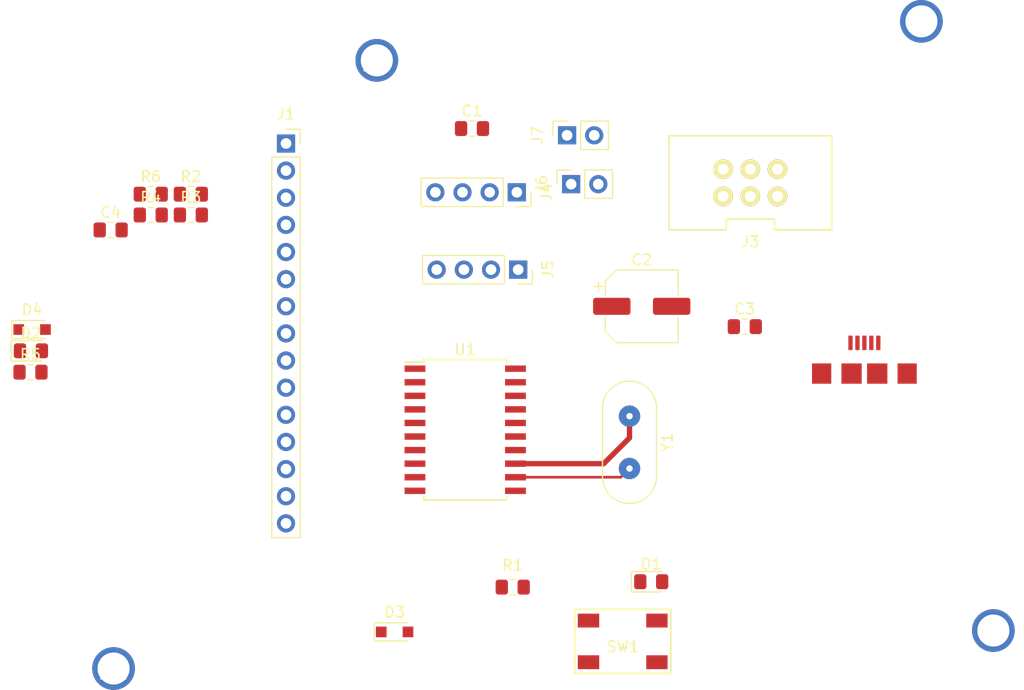
<source format=kicad_pcb>
(kicad_pcb (version 20171130) (host pcbnew 5.0.2-bee76a0~70~ubuntu16.04.1)

  (general
    (thickness 1.6)
    (drawings 0)
    (tracks 5)
    (zones 0)
    (modules 28)
    (nets 33)
  )

  (page A4)
  (layers
    (0 F.Cu signal)
    (31 B.Cu signal)
    (32 B.Adhes user)
    (33 F.Adhes user)
    (34 B.Paste user)
    (35 F.Paste user)
    (36 B.SilkS user)
    (37 F.SilkS user)
    (38 B.Mask user)
    (39 F.Mask user)
    (40 Dwgs.User user)
    (41 Cmts.User user)
    (42 Eco1.User user)
    (43 Eco2.User user)
    (44 Edge.Cuts user)
    (45 Margin user)
    (46 B.CrtYd user)
    (47 F.CrtYd user)
    (48 B.Fab user)
    (49 F.Fab user)
  )

  (setup
    (last_trace_width 0.5)
    (user_trace_width 0.5)
    (trace_clearance 0.2)
    (zone_clearance 0.508)
    (zone_45_only no)
    (trace_min 0.2)
    (segment_width 0.2)
    (edge_width 0.15)
    (via_size 0.8)
    (via_drill 0.4)
    (via_min_size 0.4)
    (via_min_drill 0.3)
    (uvia_size 0.3)
    (uvia_drill 0.1)
    (uvias_allowed no)
    (uvia_min_size 0.2)
    (uvia_min_drill 0.1)
    (pcb_text_width 0.3)
    (pcb_text_size 1.5 1.5)
    (mod_edge_width 0.15)
    (mod_text_size 1 1)
    (mod_text_width 0.15)
    (pad_size 1.524 1.524)
    (pad_drill 0.762)
    (pad_to_mask_clearance 0.051)
    (solder_mask_min_width 0.25)
    (aux_axis_origin 0 0)
    (visible_elements FFFFFF7F)
    (pcbplotparams
      (layerselection 0x010fc_ffffffff)
      (usegerberextensions false)
      (usegerberattributes false)
      (usegerberadvancedattributes false)
      (creategerberjobfile false)
      (excludeedgelayer true)
      (linewidth 0.100000)
      (plotframeref false)
      (viasonmask false)
      (mode 1)
      (useauxorigin false)
      (hpglpennumber 1)
      (hpglpenspeed 20)
      (hpglpendiameter 15.000000)
      (psnegative false)
      (psa4output false)
      (plotreference true)
      (plotvalue true)
      (plotinvisibletext false)
      (padsonsilk false)
      (subtractmaskfromsilk false)
      (outputformat 1)
      (mirror false)
      (drillshape 1)
      (scaleselection 1)
      (outputdirectory ""))
  )

  (net 0 "")
  (net 1 +5V)
  (net 2 Earth)
  (net 3 "Net-(C3-Pad2)")
  (net 4 "Net-(C4-Pad2)")
  (net 5 "Net-(D1-Pad2)")
  (net 6 "Net-(D2-Pad2)")
  (net 7 "Net-(D3-Pad1)")
  (net 8 "Net-(D4-Pad1)")
  (net 9 D+)
  (net 10 SCK)
  (net 11 D-)
  (net 12 PB3)
  (net 13 MISO)
  (net 14 MOSI)
  (net 15 TX0)
  (net 16 RX0)
  (net 17 PA6)
  (net 18 PA5)
  (net 19 PA4)
  (net 20 PA3)
  (net 21 PA2)
  (net 22 PA1)
  (net 23 PA0)
  (net 24 "Net-(J2-Pad4)")
  (net 25 "Net-(J2-Pad6)")
  (net 26 RESET)
  (net 27 "Net-(J6-Pad2)")
  (net 28 "Net-(J7-Pad1)")
  (net 29 "Net-(J8-Pad1)")
  (net 30 "Net-(J9-Pad1)")
  (net 31 "Net-(J10-Pad1)")
  (net 32 "Net-(J11-Pad1)")

  (net_class Default "This is the default net class."
    (clearance 0.2)
    (trace_width 0.25)
    (via_dia 0.8)
    (via_drill 0.4)
    (uvia_dia 0.3)
    (uvia_drill 0.1)
    (add_net +5V)
    (add_net D+)
    (add_net D-)
    (add_net Earth)
    (add_net MISO)
    (add_net MOSI)
    (add_net "Net-(C3-Pad2)")
    (add_net "Net-(C4-Pad2)")
    (add_net "Net-(D1-Pad2)")
    (add_net "Net-(D2-Pad2)")
    (add_net "Net-(D3-Pad1)")
    (add_net "Net-(D4-Pad1)")
    (add_net "Net-(J10-Pad1)")
    (add_net "Net-(J11-Pad1)")
    (add_net "Net-(J2-Pad4)")
    (add_net "Net-(J2-Pad6)")
    (add_net "Net-(J6-Pad2)")
    (add_net "Net-(J7-Pad1)")
    (add_net "Net-(J8-Pad1)")
    (add_net "Net-(J9-Pad1)")
    (add_net PA0)
    (add_net PA1)
    (add_net PA2)
    (add_net PA3)
    (add_net PA4)
    (add_net PA5)
    (add_net PA6)
    (add_net PB3)
    (add_net RESET)
    (add_net RX0)
    (add_net SCK)
    (add_net TX0)
  )

  (module Capacitor_SMD:C_0805_2012Metric_Pad1.15x1.40mm_HandSolder (layer F.Cu) (tedit 5B36C52B) (tstamp 5C8F35E6)
    (at 176.022 81.915)
    (descr "Capacitor SMD 0805 (2012 Metric), square (rectangular) end terminal, IPC_7351 nominal with elongated pad for handsoldering. (Body size source: https://docs.google.com/spreadsheets/d/1BsfQQcO9C6DZCsRaXUlFlo91Tg2WpOkGARC1WS5S8t0/edit?usp=sharing), generated with kicad-footprint-generator")
    (tags "capacitor handsolder")
    (path /5C587234)
    (attr smd)
    (fp_text reference C1 (at 0 -1.65) (layer F.SilkS)
      (effects (font (size 1 1) (thickness 0.15)))
    )
    (fp_text value C100nF (at 0 1.65) (layer F.Fab)
      (effects (font (size 1 1) (thickness 0.15)))
    )
    (fp_line (start -1 0.6) (end -1 -0.6) (layer F.Fab) (width 0.1))
    (fp_line (start -1 -0.6) (end 1 -0.6) (layer F.Fab) (width 0.1))
    (fp_line (start 1 -0.6) (end 1 0.6) (layer F.Fab) (width 0.1))
    (fp_line (start 1 0.6) (end -1 0.6) (layer F.Fab) (width 0.1))
    (fp_line (start -0.261252 -0.71) (end 0.261252 -0.71) (layer F.SilkS) (width 0.12))
    (fp_line (start -0.261252 0.71) (end 0.261252 0.71) (layer F.SilkS) (width 0.12))
    (fp_line (start -1.85 0.95) (end -1.85 -0.95) (layer F.CrtYd) (width 0.05))
    (fp_line (start -1.85 -0.95) (end 1.85 -0.95) (layer F.CrtYd) (width 0.05))
    (fp_line (start 1.85 -0.95) (end 1.85 0.95) (layer F.CrtYd) (width 0.05))
    (fp_line (start 1.85 0.95) (end -1.85 0.95) (layer F.CrtYd) (width 0.05))
    (fp_text user %R (at 0 0) (layer F.Fab)
      (effects (font (size 0.5 0.5) (thickness 0.08)))
    )
    (pad 1 smd roundrect (at -1.025 0) (size 1.15 1.4) (layers F.Cu F.Paste F.Mask) (roundrect_rratio 0.217391)
      (net 1 +5V))
    (pad 2 smd roundrect (at 1.025 0) (size 1.15 1.4) (layers F.Cu F.Paste F.Mask) (roundrect_rratio 0.217391)
      (net 2 Earth))
    (model ${KISYS3DMOD}/Capacitor_SMD.3dshapes/C_0805_2012Metric.wrl
      (at (xyz 0 0 0))
      (scale (xyz 1 1 1))
      (rotate (xyz 0 0 0))
    )
  )

  (module Capacitor_SMD:CP_Elec_6.3x5.3 (layer F.Cu) (tedit 5BCA39D0) (tstamp 5C8F360E)
    (at 191.897 98.552)
    (descr "SMD capacitor, aluminum electrolytic, Cornell Dubilier, 6.3x5.3mm")
    (tags "capacitor electrolytic")
    (path /5C5872D8)
    (attr smd)
    (fp_text reference C2 (at 0 -4.35) (layer F.SilkS)
      (effects (font (size 1 1) (thickness 0.15)))
    )
    (fp_text value CP47uF (at 0 4.35) (layer F.Fab)
      (effects (font (size 1 1) (thickness 0.15)))
    )
    (fp_circle (center 0 0) (end 3.15 0) (layer F.Fab) (width 0.1))
    (fp_line (start 3.3 -3.3) (end 3.3 3.3) (layer F.Fab) (width 0.1))
    (fp_line (start -2.3 -3.3) (end 3.3 -3.3) (layer F.Fab) (width 0.1))
    (fp_line (start -2.3 3.3) (end 3.3 3.3) (layer F.Fab) (width 0.1))
    (fp_line (start -3.3 -2.3) (end -3.3 2.3) (layer F.Fab) (width 0.1))
    (fp_line (start -3.3 -2.3) (end -2.3 -3.3) (layer F.Fab) (width 0.1))
    (fp_line (start -3.3 2.3) (end -2.3 3.3) (layer F.Fab) (width 0.1))
    (fp_line (start -2.704838 -1.33) (end -2.074838 -1.33) (layer F.Fab) (width 0.1))
    (fp_line (start -2.389838 -1.645) (end -2.389838 -1.015) (layer F.Fab) (width 0.1))
    (fp_line (start 3.41 3.41) (end 3.41 1.06) (layer F.SilkS) (width 0.12))
    (fp_line (start 3.41 -3.41) (end 3.41 -1.06) (layer F.SilkS) (width 0.12))
    (fp_line (start -2.345563 -3.41) (end 3.41 -3.41) (layer F.SilkS) (width 0.12))
    (fp_line (start -2.345563 3.41) (end 3.41 3.41) (layer F.SilkS) (width 0.12))
    (fp_line (start -3.41 2.345563) (end -3.41 1.06) (layer F.SilkS) (width 0.12))
    (fp_line (start -3.41 -2.345563) (end -3.41 -1.06) (layer F.SilkS) (width 0.12))
    (fp_line (start -3.41 -2.345563) (end -2.345563 -3.41) (layer F.SilkS) (width 0.12))
    (fp_line (start -3.41 2.345563) (end -2.345563 3.41) (layer F.SilkS) (width 0.12))
    (fp_line (start -4.4375 -1.8475) (end -3.65 -1.8475) (layer F.SilkS) (width 0.12))
    (fp_line (start -4.04375 -2.24125) (end -4.04375 -1.45375) (layer F.SilkS) (width 0.12))
    (fp_line (start 3.55 -3.55) (end 3.55 -1.05) (layer F.CrtYd) (width 0.05))
    (fp_line (start 3.55 -1.05) (end 4.8 -1.05) (layer F.CrtYd) (width 0.05))
    (fp_line (start 4.8 -1.05) (end 4.8 1.05) (layer F.CrtYd) (width 0.05))
    (fp_line (start 4.8 1.05) (end 3.55 1.05) (layer F.CrtYd) (width 0.05))
    (fp_line (start 3.55 1.05) (end 3.55 3.55) (layer F.CrtYd) (width 0.05))
    (fp_line (start -2.4 3.55) (end 3.55 3.55) (layer F.CrtYd) (width 0.05))
    (fp_line (start -2.4 -3.55) (end 3.55 -3.55) (layer F.CrtYd) (width 0.05))
    (fp_line (start -3.55 2.4) (end -2.4 3.55) (layer F.CrtYd) (width 0.05))
    (fp_line (start -3.55 -2.4) (end -2.4 -3.55) (layer F.CrtYd) (width 0.05))
    (fp_line (start -3.55 -2.4) (end -3.55 -1.05) (layer F.CrtYd) (width 0.05))
    (fp_line (start -3.55 1.05) (end -3.55 2.4) (layer F.CrtYd) (width 0.05))
    (fp_line (start -3.55 -1.05) (end -4.8 -1.05) (layer F.CrtYd) (width 0.05))
    (fp_line (start -4.8 -1.05) (end -4.8 1.05) (layer F.CrtYd) (width 0.05))
    (fp_line (start -4.8 1.05) (end -3.55 1.05) (layer F.CrtYd) (width 0.05))
    (fp_text user %R (at 0 0) (layer F.Fab)
      (effects (font (size 1 1) (thickness 0.15)))
    )
    (pad 1 smd roundrect (at -2.8 0) (size 3.5 1.6) (layers F.Cu F.Paste F.Mask) (roundrect_rratio 0.15625)
      (net 1 +5V))
    (pad 2 smd roundrect (at 2.8 0) (size 3.5 1.6) (layers F.Cu F.Paste F.Mask) (roundrect_rratio 0.15625)
      (net 2 Earth))
    (model ${KISYS3DMOD}/Capacitor_SMD.3dshapes/CP_Elec_6.3x5.3.wrl
      (at (xyz 0 0 0))
      (scale (xyz 1 1 1))
      (rotate (xyz 0 0 0))
    )
  )

  (module Capacitor_SMD:C_0805_2012Metric_Pad1.15x1.40mm_HandSolder (layer F.Cu) (tedit 5B36C52B) (tstamp 5C8F361F)
    (at 201.54 100.457)
    (descr "Capacitor SMD 0805 (2012 Metric), square (rectangular) end terminal, IPC_7351 nominal with elongated pad for handsoldering. (Body size source: https://docs.google.com/spreadsheets/d/1BsfQQcO9C6DZCsRaXUlFlo91Tg2WpOkGARC1WS5S8t0/edit?usp=sharing), generated with kicad-footprint-generator")
    (tags "capacitor handsolder")
    (path /5C586CEF)
    (attr smd)
    (fp_text reference C3 (at 0 -1.65) (layer F.SilkS)
      (effects (font (size 1 1) (thickness 0.15)))
    )
    (fp_text value C22pF (at 0 1.65) (layer F.Fab)
      (effects (font (size 1 1) (thickness 0.15)))
    )
    (fp_line (start -1 0.6) (end -1 -0.6) (layer F.Fab) (width 0.1))
    (fp_line (start -1 -0.6) (end 1 -0.6) (layer F.Fab) (width 0.1))
    (fp_line (start 1 -0.6) (end 1 0.6) (layer F.Fab) (width 0.1))
    (fp_line (start 1 0.6) (end -1 0.6) (layer F.Fab) (width 0.1))
    (fp_line (start -0.261252 -0.71) (end 0.261252 -0.71) (layer F.SilkS) (width 0.12))
    (fp_line (start -0.261252 0.71) (end 0.261252 0.71) (layer F.SilkS) (width 0.12))
    (fp_line (start -1.85 0.95) (end -1.85 -0.95) (layer F.CrtYd) (width 0.05))
    (fp_line (start -1.85 -0.95) (end 1.85 -0.95) (layer F.CrtYd) (width 0.05))
    (fp_line (start 1.85 -0.95) (end 1.85 0.95) (layer F.CrtYd) (width 0.05))
    (fp_line (start 1.85 0.95) (end -1.85 0.95) (layer F.CrtYd) (width 0.05))
    (fp_text user %R (at 0 0) (layer F.Fab)
      (effects (font (size 0.5 0.5) (thickness 0.08)))
    )
    (pad 1 smd roundrect (at -1.025 0) (size 1.15 1.4) (layers F.Cu F.Paste F.Mask) (roundrect_rratio 0.217391)
      (net 2 Earth))
    (pad 2 smd roundrect (at 1.025 0) (size 1.15 1.4) (layers F.Cu F.Paste F.Mask) (roundrect_rratio 0.217391)
      (net 3 "Net-(C3-Pad2)"))
    (model ${KISYS3DMOD}/Capacitor_SMD.3dshapes/C_0805_2012Metric.wrl
      (at (xyz 0 0 0))
      (scale (xyz 1 1 1))
      (rotate (xyz 0 0 0))
    )
  )

  (module Capacitor_SMD:C_0805_2012Metric_Pad1.15x1.40mm_HandSolder (layer F.Cu) (tedit 5B36C52B) (tstamp 5C8F3630)
    (at 142.222001 91.408001)
    (descr "Capacitor SMD 0805 (2012 Metric), square (rectangular) end terminal, IPC_7351 nominal with elongated pad for handsoldering. (Body size source: https://docs.google.com/spreadsheets/d/1BsfQQcO9C6DZCsRaXUlFlo91Tg2WpOkGARC1WS5S8t0/edit?usp=sharing), generated with kicad-footprint-generator")
    (tags "capacitor handsolder")
    (path /5C586D90)
    (attr smd)
    (fp_text reference C4 (at 0 -1.65) (layer F.SilkS)
      (effects (font (size 1 1) (thickness 0.15)))
    )
    (fp_text value C22pF (at 0 1.65) (layer F.Fab)
      (effects (font (size 1 1) (thickness 0.15)))
    )
    (fp_text user %R (at 0 0) (layer F.Fab)
      (effects (font (size 0.5 0.5) (thickness 0.08)))
    )
    (fp_line (start 1.85 0.95) (end -1.85 0.95) (layer F.CrtYd) (width 0.05))
    (fp_line (start 1.85 -0.95) (end 1.85 0.95) (layer F.CrtYd) (width 0.05))
    (fp_line (start -1.85 -0.95) (end 1.85 -0.95) (layer F.CrtYd) (width 0.05))
    (fp_line (start -1.85 0.95) (end -1.85 -0.95) (layer F.CrtYd) (width 0.05))
    (fp_line (start -0.261252 0.71) (end 0.261252 0.71) (layer F.SilkS) (width 0.12))
    (fp_line (start -0.261252 -0.71) (end 0.261252 -0.71) (layer F.SilkS) (width 0.12))
    (fp_line (start 1 0.6) (end -1 0.6) (layer F.Fab) (width 0.1))
    (fp_line (start 1 -0.6) (end 1 0.6) (layer F.Fab) (width 0.1))
    (fp_line (start -1 -0.6) (end 1 -0.6) (layer F.Fab) (width 0.1))
    (fp_line (start -1 0.6) (end -1 -0.6) (layer F.Fab) (width 0.1))
    (pad 2 smd roundrect (at 1.025 0) (size 1.15 1.4) (layers F.Cu F.Paste F.Mask) (roundrect_rratio 0.217391)
      (net 4 "Net-(C4-Pad2)"))
    (pad 1 smd roundrect (at -1.025 0) (size 1.15 1.4) (layers F.Cu F.Paste F.Mask) (roundrect_rratio 0.217391)
      (net 2 Earth))
    (model ${KISYS3DMOD}/Capacitor_SMD.3dshapes/C_0805_2012Metric.wrl
      (at (xyz 0 0 0))
      (scale (xyz 1 1 1))
      (rotate (xyz 0 0 0))
    )
  )

  (module LED_SMD:LED_0805_2012Metric_Pad1.15x1.40mm_HandSolder (layer F.Cu) (tedit 5B4B45C9) (tstamp 5C8F3643)
    (at 192.786 124.333)
    (descr "LED SMD 0805 (2012 Metric), square (rectangular) end terminal, IPC_7351 nominal, (Body size source: https://docs.google.com/spreadsheets/d/1BsfQQcO9C6DZCsRaXUlFlo91Tg2WpOkGARC1WS5S8t0/edit?usp=sharing), generated with kicad-footprint-generator")
    (tags "LED handsolder")
    (path /5C5C377B)
    (attr smd)
    (fp_text reference D1 (at 0 -1.65) (layer F.SilkS)
      (effects (font (size 1 1) (thickness 0.15)))
    )
    (fp_text value LED (at 0 1.65) (layer F.Fab)
      (effects (font (size 1 1) (thickness 0.15)))
    )
    (fp_line (start 1 -0.6) (end -0.7 -0.6) (layer F.Fab) (width 0.1))
    (fp_line (start -0.7 -0.6) (end -1 -0.3) (layer F.Fab) (width 0.1))
    (fp_line (start -1 -0.3) (end -1 0.6) (layer F.Fab) (width 0.1))
    (fp_line (start -1 0.6) (end 1 0.6) (layer F.Fab) (width 0.1))
    (fp_line (start 1 0.6) (end 1 -0.6) (layer F.Fab) (width 0.1))
    (fp_line (start 1 -0.96) (end -1.86 -0.96) (layer F.SilkS) (width 0.12))
    (fp_line (start -1.86 -0.96) (end -1.86 0.96) (layer F.SilkS) (width 0.12))
    (fp_line (start -1.86 0.96) (end 1 0.96) (layer F.SilkS) (width 0.12))
    (fp_line (start -1.85 0.95) (end -1.85 -0.95) (layer F.CrtYd) (width 0.05))
    (fp_line (start -1.85 -0.95) (end 1.85 -0.95) (layer F.CrtYd) (width 0.05))
    (fp_line (start 1.85 -0.95) (end 1.85 0.95) (layer F.CrtYd) (width 0.05))
    (fp_line (start 1.85 0.95) (end -1.85 0.95) (layer F.CrtYd) (width 0.05))
    (fp_text user %R (at 0 0) (layer F.Fab)
      (effects (font (size 0.5 0.5) (thickness 0.08)))
    )
    (pad 1 smd roundrect (at -1.025 0) (size 1.15 1.4) (layers F.Cu F.Paste F.Mask) (roundrect_rratio 0.217391)
      (net 2 Earth))
    (pad 2 smd roundrect (at 1.025 0) (size 1.15 1.4) (layers F.Cu F.Paste F.Mask) (roundrect_rratio 0.217391)
      (net 5 "Net-(D1-Pad2)"))
    (model ${KISYS3DMOD}/LED_SMD.3dshapes/LED_0805_2012Metric.wrl
      (at (xyz 0 0 0))
      (scale (xyz 1 1 1))
      (rotate (xyz 0 0 0))
    )
  )

  (module LED_SMD:LED_0805_2012Metric_Pad1.15x1.40mm_HandSolder (layer F.Cu) (tedit 5B4B45C9) (tstamp 5C8F3656)
    (at 134.767001 102.723001)
    (descr "LED SMD 0805 (2012 Metric), square (rectangular) end terminal, IPC_7351 nominal, (Body size source: https://docs.google.com/spreadsheets/d/1BsfQQcO9C6DZCsRaXUlFlo91Tg2WpOkGARC1WS5S8t0/edit?usp=sharing), generated with kicad-footprint-generator")
    (tags "LED handsolder")
    (path /5C5F2CF7)
    (attr smd)
    (fp_text reference D2 (at 0 -1.65) (layer F.SilkS)
      (effects (font (size 1 1) (thickness 0.15)))
    )
    (fp_text value LED (at 0 1.65) (layer F.Fab)
      (effects (font (size 1 1) (thickness 0.15)))
    )
    (fp_text user %R (at 0 0) (layer F.Fab)
      (effects (font (size 0.5 0.5) (thickness 0.08)))
    )
    (fp_line (start 1.85 0.95) (end -1.85 0.95) (layer F.CrtYd) (width 0.05))
    (fp_line (start 1.85 -0.95) (end 1.85 0.95) (layer F.CrtYd) (width 0.05))
    (fp_line (start -1.85 -0.95) (end 1.85 -0.95) (layer F.CrtYd) (width 0.05))
    (fp_line (start -1.85 0.95) (end -1.85 -0.95) (layer F.CrtYd) (width 0.05))
    (fp_line (start -1.86 0.96) (end 1 0.96) (layer F.SilkS) (width 0.12))
    (fp_line (start -1.86 -0.96) (end -1.86 0.96) (layer F.SilkS) (width 0.12))
    (fp_line (start 1 -0.96) (end -1.86 -0.96) (layer F.SilkS) (width 0.12))
    (fp_line (start 1 0.6) (end 1 -0.6) (layer F.Fab) (width 0.1))
    (fp_line (start -1 0.6) (end 1 0.6) (layer F.Fab) (width 0.1))
    (fp_line (start -1 -0.3) (end -1 0.6) (layer F.Fab) (width 0.1))
    (fp_line (start -0.7 -0.6) (end -1 -0.3) (layer F.Fab) (width 0.1))
    (fp_line (start 1 -0.6) (end -0.7 -0.6) (layer F.Fab) (width 0.1))
    (pad 2 smd roundrect (at 1.025 0) (size 1.15 1.4) (layers F.Cu F.Paste F.Mask) (roundrect_rratio 0.217391)
      (net 6 "Net-(D2-Pad2)"))
    (pad 1 smd roundrect (at -1.025 0) (size 1.15 1.4) (layers F.Cu F.Paste F.Mask) (roundrect_rratio 0.217391)
      (net 2 Earth))
    (model ${KISYS3DMOD}/LED_SMD.3dshapes/LED_0805_2012Metric.wrl
      (at (xyz 0 0 0))
      (scale (xyz 1 1 1))
      (rotate (xyz 0 0 0))
    )
  )

  (module Diode_SMD:D_SOD-323_HandSoldering (layer F.Cu) (tedit 58641869) (tstamp 5C8F366E)
    (at 168.783 129.032)
    (descr SOD-323)
    (tags SOD-323)
    (path /5C589BDB)
    (attr smd)
    (fp_text reference D3 (at 0 -1.85) (layer F.SilkS)
      (effects (font (size 1 1) (thickness 0.15)))
    )
    (fp_text value D_Zener (at 0.1 1.9) (layer F.Fab)
      (effects (font (size 1 1) (thickness 0.15)))
    )
    (fp_line (start -1.9 -0.85) (end 1.25 -0.85) (layer F.SilkS) (width 0.12))
    (fp_line (start -1.9 0.85) (end 1.25 0.85) (layer F.SilkS) (width 0.12))
    (fp_line (start -2 -0.95) (end -2 0.95) (layer F.CrtYd) (width 0.05))
    (fp_line (start -2 0.95) (end 2 0.95) (layer F.CrtYd) (width 0.05))
    (fp_line (start 2 -0.95) (end 2 0.95) (layer F.CrtYd) (width 0.05))
    (fp_line (start -2 -0.95) (end 2 -0.95) (layer F.CrtYd) (width 0.05))
    (fp_line (start -0.9 -0.7) (end 0.9 -0.7) (layer F.Fab) (width 0.1))
    (fp_line (start 0.9 -0.7) (end 0.9 0.7) (layer F.Fab) (width 0.1))
    (fp_line (start 0.9 0.7) (end -0.9 0.7) (layer F.Fab) (width 0.1))
    (fp_line (start -0.9 0.7) (end -0.9 -0.7) (layer F.Fab) (width 0.1))
    (fp_line (start -0.3 -0.35) (end -0.3 0.35) (layer F.Fab) (width 0.1))
    (fp_line (start -0.3 0) (end -0.5 0) (layer F.Fab) (width 0.1))
    (fp_line (start -0.3 0) (end 0.2 -0.35) (layer F.Fab) (width 0.1))
    (fp_line (start 0.2 -0.35) (end 0.2 0.35) (layer F.Fab) (width 0.1))
    (fp_line (start 0.2 0.35) (end -0.3 0) (layer F.Fab) (width 0.1))
    (fp_line (start 0.2 0) (end 0.45 0) (layer F.Fab) (width 0.1))
    (fp_line (start -1.9 -0.85) (end -1.9 0.85) (layer F.SilkS) (width 0.12))
    (fp_text user %R (at 0 -1.85) (layer F.Fab)
      (effects (font (size 1 1) (thickness 0.15)))
    )
    (pad 2 smd rect (at 1.25 0) (size 1 1) (layers F.Cu F.Paste F.Mask)
      (net 2 Earth))
    (pad 1 smd rect (at -1.25 0) (size 1 1) (layers F.Cu F.Paste F.Mask)
      (net 7 "Net-(D3-Pad1)"))
    (model ${KISYS3DMOD}/Diode_SMD.3dshapes/D_SOD-323.wrl
      (at (xyz 0 0 0))
      (scale (xyz 1 1 1))
      (rotate (xyz 0 0 0))
    )
  )

  (module Diode_SMD:D_SOD-323_HandSoldering (layer F.Cu) (tedit 58641869) (tstamp 5C8F3686)
    (at 134.872001 100.728001)
    (descr SOD-323)
    (tags SOD-323)
    (path /5C589C0D)
    (attr smd)
    (fp_text reference D4 (at 0 -1.85) (layer F.SilkS)
      (effects (font (size 1 1) (thickness 0.15)))
    )
    (fp_text value D_Zener (at 0.1 1.9) (layer F.Fab)
      (effects (font (size 1 1) (thickness 0.15)))
    )
    (fp_text user %R (at 0 -1.85) (layer F.Fab)
      (effects (font (size 1 1) (thickness 0.15)))
    )
    (fp_line (start -1.9 -0.85) (end -1.9 0.85) (layer F.SilkS) (width 0.12))
    (fp_line (start 0.2 0) (end 0.45 0) (layer F.Fab) (width 0.1))
    (fp_line (start 0.2 0.35) (end -0.3 0) (layer F.Fab) (width 0.1))
    (fp_line (start 0.2 -0.35) (end 0.2 0.35) (layer F.Fab) (width 0.1))
    (fp_line (start -0.3 0) (end 0.2 -0.35) (layer F.Fab) (width 0.1))
    (fp_line (start -0.3 0) (end -0.5 0) (layer F.Fab) (width 0.1))
    (fp_line (start -0.3 -0.35) (end -0.3 0.35) (layer F.Fab) (width 0.1))
    (fp_line (start -0.9 0.7) (end -0.9 -0.7) (layer F.Fab) (width 0.1))
    (fp_line (start 0.9 0.7) (end -0.9 0.7) (layer F.Fab) (width 0.1))
    (fp_line (start 0.9 -0.7) (end 0.9 0.7) (layer F.Fab) (width 0.1))
    (fp_line (start -0.9 -0.7) (end 0.9 -0.7) (layer F.Fab) (width 0.1))
    (fp_line (start -2 -0.95) (end 2 -0.95) (layer F.CrtYd) (width 0.05))
    (fp_line (start 2 -0.95) (end 2 0.95) (layer F.CrtYd) (width 0.05))
    (fp_line (start -2 0.95) (end 2 0.95) (layer F.CrtYd) (width 0.05))
    (fp_line (start -2 -0.95) (end -2 0.95) (layer F.CrtYd) (width 0.05))
    (fp_line (start -1.9 0.85) (end 1.25 0.85) (layer F.SilkS) (width 0.12))
    (fp_line (start -1.9 -0.85) (end 1.25 -0.85) (layer F.SilkS) (width 0.12))
    (pad 1 smd rect (at -1.25 0) (size 1 1) (layers F.Cu F.Paste F.Mask)
      (net 8 "Net-(D4-Pad1)"))
    (pad 2 smd rect (at 1.25 0) (size 1 1) (layers F.Cu F.Paste F.Mask)
      (net 2 Earth))
    (model ${KISYS3DMOD}/Diode_SMD.3dshapes/D_SOD-323.wrl
      (at (xyz 0 0 0))
      (scale (xyz 1 1 1))
      (rotate (xyz 0 0 0))
    )
  )

  (module Connector_PinSocket_2.54mm:PinSocket_1x15_P2.54mm_Vertical (layer F.Cu) (tedit 5A19A41D) (tstamp 5C8F36A9)
    (at 158.623 83.312)
    (descr "Through hole straight socket strip, 1x15, 2.54mm pitch, single row (from Kicad 4.0.7), script generated")
    (tags "Through hole socket strip THT 1x15 2.54mm single row")
    (path /5C5A3B32)
    (fp_text reference J1 (at 0 -2.77) (layer F.SilkS)
      (effects (font (size 1 1) (thickness 0.15)))
    )
    (fp_text value Conn_01x15 (at 0 38.33) (layer F.Fab)
      (effects (font (size 1 1) (thickness 0.15)))
    )
    (fp_line (start -1.27 -1.27) (end 0.635 -1.27) (layer F.Fab) (width 0.1))
    (fp_line (start 0.635 -1.27) (end 1.27 -0.635) (layer F.Fab) (width 0.1))
    (fp_line (start 1.27 -0.635) (end 1.27 36.83) (layer F.Fab) (width 0.1))
    (fp_line (start 1.27 36.83) (end -1.27 36.83) (layer F.Fab) (width 0.1))
    (fp_line (start -1.27 36.83) (end -1.27 -1.27) (layer F.Fab) (width 0.1))
    (fp_line (start -1.33 1.27) (end 1.33 1.27) (layer F.SilkS) (width 0.12))
    (fp_line (start -1.33 1.27) (end -1.33 36.89) (layer F.SilkS) (width 0.12))
    (fp_line (start -1.33 36.89) (end 1.33 36.89) (layer F.SilkS) (width 0.12))
    (fp_line (start 1.33 1.27) (end 1.33 36.89) (layer F.SilkS) (width 0.12))
    (fp_line (start 1.33 -1.33) (end 1.33 0) (layer F.SilkS) (width 0.12))
    (fp_line (start 0 -1.33) (end 1.33 -1.33) (layer F.SilkS) (width 0.12))
    (fp_line (start -1.8 -1.8) (end 1.75 -1.8) (layer F.CrtYd) (width 0.05))
    (fp_line (start 1.75 -1.8) (end 1.75 37.3) (layer F.CrtYd) (width 0.05))
    (fp_line (start 1.75 37.3) (end -1.8 37.3) (layer F.CrtYd) (width 0.05))
    (fp_line (start -1.8 37.3) (end -1.8 -1.8) (layer F.CrtYd) (width 0.05))
    (fp_text user %R (at 0 17.78 90) (layer F.Fab)
      (effects (font (size 1 1) (thickness 0.15)))
    )
    (pad 1 thru_hole rect (at 0 0) (size 1.7 1.7) (drill 1) (layers *.Cu *.Mask)
      (net 9 D+))
    (pad 2 thru_hole oval (at 0 2.54) (size 1.7 1.7) (drill 1) (layers *.Cu *.Mask)
      (net 10 SCK))
    (pad 3 thru_hole oval (at 0 5.08) (size 1.7 1.7) (drill 1) (layers *.Cu *.Mask)
      (net 11 D-))
    (pad 4 thru_hole oval (at 0 7.62) (size 1.7 1.7) (drill 1) (layers *.Cu *.Mask)
      (net 12 PB3))
    (pad 5 thru_hole oval (at 0 10.16) (size 1.7 1.7) (drill 1) (layers *.Cu *.Mask)
      (net 13 MISO))
    (pad 6 thru_hole oval (at 0 12.7) (size 1.7 1.7) (drill 1) (layers *.Cu *.Mask)
      (net 14 MOSI))
    (pad 7 thru_hole oval (at 0 15.24) (size 1.7 1.7) (drill 1) (layers *.Cu *.Mask)
      (net 15 TX0))
    (pad 8 thru_hole oval (at 0 17.78) (size 1.7 1.7) (drill 1) (layers *.Cu *.Mask)
      (net 16 RX0))
    (pad 9 thru_hole oval (at 0 20.32) (size 1.7 1.7) (drill 1) (layers *.Cu *.Mask)
      (net 17 PA6))
    (pad 10 thru_hole oval (at 0 22.86) (size 1.7 1.7) (drill 1) (layers *.Cu *.Mask)
      (net 18 PA5))
    (pad 11 thru_hole oval (at 0 25.4) (size 1.7 1.7) (drill 1) (layers *.Cu *.Mask)
      (net 19 PA4))
    (pad 12 thru_hole oval (at 0 27.94) (size 1.7 1.7) (drill 1) (layers *.Cu *.Mask)
      (net 20 PA3))
    (pad 13 thru_hole oval (at 0 30.48) (size 1.7 1.7) (drill 1) (layers *.Cu *.Mask)
      (net 21 PA2))
    (pad 14 thru_hole oval (at 0 33.02) (size 1.7 1.7) (drill 1) (layers *.Cu *.Mask)
      (net 22 PA1))
    (pad 15 thru_hole oval (at 0 35.56) (size 1.7 1.7) (drill 1) (layers *.Cu *.Mask)
      (net 23 PA0))
    (model ${KISYS3DMOD}/Connector_PinSocket_2.54mm.3dshapes/PinSocket_1x15_P2.54mm_Vertical.wrl
      (at (xyz 0 0 0))
      (scale (xyz 1 1 1))
      (rotate (xyz 0 0 0))
    )
  )

  (module other:MICRO_USB_SMD (layer F.Cu) (tedit 5C2E339C) (tstamp 5C8F36BE)
    (at 212.725 106.299)
    (path /5C5886BD)
    (fp_text reference J2 (at 0 0.5) (layer F.Fab)
      (effects (font (size 0.3 0.3) (thickness 0.075)))
    )
    (fp_text value USB_B_Micro (at 0 -0.5) (layer F.Fab)
      (effects (font (size 0.3 0.3) (thickness 0.075)))
    )
    (fp_line (start 3.8 1.3) (end -3.8 1.3) (layer F.Fab) (width 0.15))
    (fp_line (start 3.8 -5) (end 3.8 1.3) (layer F.Fab) (width 0.15))
    (fp_line (start -3.8 -5) (end 3.8 -5) (layer F.Fab) (width 0.15))
    (fp_line (start -3.8 1.3) (end -3.8 -5) (layer F.Fab) (width 0.15))
    (fp_line (start 5.5 0) (end 5.5 5) (layer F.CrtYd) (width 0.1))
    (fp_line (start -5.5 0) (end -5.5 5) (layer F.CrtYd) (width 0.1))
    (pad "" np_thru_hole circle (at 2.075 -3.9) (size 0.7 0.7) (drill 0.7) (layers *.Cu *.Mask F.SilkS))
    (pad "" np_thru_hole circle (at -2.075 -3.9) (size 0.7 0.7) (drill 0.7) (layers *.Cu *.Mask F.SilkS))
    (pad 5 smd rect (at 1.3 -4.325) (size 0.4 1.35) (layers F.Cu F.Paste F.Mask)
      (net 2 Earth))
    (pad 4 smd rect (at 0.65 -4.325) (size 0.4 1.35) (layers F.Cu F.Paste F.Mask)
      (net 24 "Net-(J2-Pad4)"))
    (pad 3 smd rect (at 0 -4.325) (size 0.4 1.35) (layers F.Cu F.Paste F.Mask)
      (net 8 "Net-(D4-Pad1)"))
    (pad 2 smd rect (at -0.65 -4.325) (size 0.4 1.35) (layers F.Cu F.Paste F.Mask)
      (net 7 "Net-(D3-Pad1)"))
    (pad 1 smd rect (at -1.3 -4.325) (size 0.4 1.35) (layers F.Cu F.Paste F.Mask)
      (net 1 +5V))
    (pad "" smd rect (at 1.2 -1.45) (size 1.9 1.9) (layers F.Cu F.Paste F.Mask))
    (pad "" smd rect (at -1.2 -1.45) (size 1.9 1.9) (layers F.Cu F.Paste F.Mask))
    (pad 6 smd rect (at 4 -1.45) (size 1.8 1.9) (layers F.Cu F.Paste F.Mask)
      (net 25 "Net-(J2-Pad6)"))
    (pad 6 smd rect (at -4 -1.45) (size 1.8 1.9) (layers F.Cu F.Paste F.Mask)
      (net 25 "Net-(J2-Pad6)"))
  )

  (module Compluino_03:Conector_IDC_6pin (layer F.Cu) (tedit 59255783) (tstamp 5C8F36D0)
    (at 202.057 86.995)
    (path /5C587F54)
    (fp_text reference J3 (at 0 5.5118) (layer F.SilkS)
      (effects (font (size 1 1) (thickness 0.15)))
    )
    (fp_text value Conn_02x03_ICSP (at 0 -5.4102) (layer F.Fab)
      (effects (font (size 1 1) (thickness 0.15)))
    )
    (fp_line (start -2.25 3.4) (end 2.25 3.4) (layer F.SilkS) (width 0.15))
    (fp_line (start 2.25 4.4) (end 2.25 3.4) (layer F.SilkS) (width 0.15))
    (fp_line (start -2.25 4.4) (end -2.25 3.4) (layer F.SilkS) (width 0.15))
    (fp_line (start 7.61 4.4) (end 2.25 4.4) (layer F.SilkS) (width 0.15))
    (fp_line (start -7.61 4.4) (end -2.25 4.4) (layer F.SilkS) (width 0.15))
    (fp_line (start 7.61 -4.4) (end 7.61 4.4) (layer F.SilkS) (width 0.15))
    (fp_line (start -7.61 -4.4) (end -7.61 4.4) (layer F.SilkS) (width 0.15))
    (fp_line (start -7.61 -4.4) (end 7.61 -4.4) (layer F.SilkS) (width 0.15))
    (pad 5 thru_hole circle (at 2.54 1.27) (size 1.824 1.824) (drill 1.02) (layers *.Cu *.Mask F.SilkS)
      (net 14 MOSI))
    (pad 6 thru_hole circle (at 2.54 -1.27) (size 1.824 1.824) (drill 1.02) (layers *.Cu *.Mask F.SilkS)
      (net 1 +5V))
    (pad 1 thru_hole circle (at -2.54 1.27) (size 1.824 1.824) (drill 1.02) (layers *.Cu *.Mask F.SilkS)
      (net 13 MISO))
    (pad 2 thru_hole circle (at -2.54 -1.27) (size 1.824 1.824) (drill 1.02) (layers *.Cu *.Mask F.SilkS)
      (net 10 SCK))
    (pad 4 thru_hole circle (at 0 -1.27) (size 1.824 1.824) (drill 1.02) (layers *.Cu *.Mask F.SilkS)
      (net 2 Earth))
    (pad 3 thru_hole circle (at 0 1.27) (size 1.824 1.824) (drill 1.02) (layers *.Cu *.Mask F.SilkS)
      (net 26 RESET))
  )

  (module Connector_PinSocket_2.54mm:PinSocket_1x04_P2.54mm_Vertical (layer F.Cu) (tedit 5A19A429) (tstamp 5C8F36E8)
    (at 180.213 87.884 270)
    (descr "Through hole straight socket strip, 1x04, 2.54mm pitch, single row (from Kicad 4.0.7), script generated")
    (tags "Through hole socket strip THT 1x04 2.54mm single row")
    (path /5C59B073)
    (fp_text reference J4 (at 0 -2.77 270) (layer F.SilkS)
      (effects (font (size 1 1) (thickness 0.15)))
    )
    (fp_text value Conn_01x04_Serie_0 (at 0 10.39 270) (layer F.Fab)
      (effects (font (size 1 1) (thickness 0.15)))
    )
    (fp_line (start -1.27 -1.27) (end 0.635 -1.27) (layer F.Fab) (width 0.1))
    (fp_line (start 0.635 -1.27) (end 1.27 -0.635) (layer F.Fab) (width 0.1))
    (fp_line (start 1.27 -0.635) (end 1.27 8.89) (layer F.Fab) (width 0.1))
    (fp_line (start 1.27 8.89) (end -1.27 8.89) (layer F.Fab) (width 0.1))
    (fp_line (start -1.27 8.89) (end -1.27 -1.27) (layer F.Fab) (width 0.1))
    (fp_line (start -1.33 1.27) (end 1.33 1.27) (layer F.SilkS) (width 0.12))
    (fp_line (start -1.33 1.27) (end -1.33 8.95) (layer F.SilkS) (width 0.12))
    (fp_line (start -1.33 8.95) (end 1.33 8.95) (layer F.SilkS) (width 0.12))
    (fp_line (start 1.33 1.27) (end 1.33 8.95) (layer F.SilkS) (width 0.12))
    (fp_line (start 1.33 -1.33) (end 1.33 0) (layer F.SilkS) (width 0.12))
    (fp_line (start 0 -1.33) (end 1.33 -1.33) (layer F.SilkS) (width 0.12))
    (fp_line (start -1.8 -1.8) (end 1.75 -1.8) (layer F.CrtYd) (width 0.05))
    (fp_line (start 1.75 -1.8) (end 1.75 9.4) (layer F.CrtYd) (width 0.05))
    (fp_line (start 1.75 9.4) (end -1.8 9.4) (layer F.CrtYd) (width 0.05))
    (fp_line (start -1.8 9.4) (end -1.8 -1.8) (layer F.CrtYd) (width 0.05))
    (fp_text user %R (at 0 3.81) (layer F.Fab)
      (effects (font (size 1 1) (thickness 0.15)))
    )
    (pad 1 thru_hole rect (at 0 0 270) (size 1.7 1.7) (drill 1) (layers *.Cu *.Mask)
      (net 1 +5V))
    (pad 2 thru_hole oval (at 0 2.54 270) (size 1.7 1.7) (drill 1) (layers *.Cu *.Mask)
      (net 15 TX0))
    (pad 3 thru_hole oval (at 0 5.08 270) (size 1.7 1.7) (drill 1) (layers *.Cu *.Mask)
      (net 16 RX0))
    (pad 4 thru_hole oval (at 0 7.62 270) (size 1.7 1.7) (drill 1) (layers *.Cu *.Mask)
      (net 2 Earth))
    (model ${KISYS3DMOD}/Connector_PinSocket_2.54mm.3dshapes/PinSocket_1x04_P2.54mm_Vertical.wrl
      (at (xyz 0 0 0))
      (scale (xyz 1 1 1))
      (rotate (xyz 0 0 0))
    )
  )

  (module Connector_PinSocket_2.54mm:PinSocket_1x04_P2.54mm_Vertical (layer F.Cu) (tedit 5A19A429) (tstamp 5C8F3700)
    (at 180.34 95.123 270)
    (descr "Through hole straight socket strip, 1x04, 2.54mm pitch, single row (from Kicad 4.0.7), script generated")
    (tags "Through hole socket strip THT 1x04 2.54mm single row")
    (path /5C5A1EE7)
    (fp_text reference J5 (at 0 -2.77 270) (layer F.SilkS)
      (effects (font (size 1 1) (thickness 0.15)))
    )
    (fp_text value Conn_01x04_Serie_1 (at 0 10.39 270) (layer F.Fab)
      (effects (font (size 1 1) (thickness 0.15)))
    )
    (fp_text user %R (at 0 3.81) (layer F.Fab)
      (effects (font (size 1 1) (thickness 0.15)))
    )
    (fp_line (start -1.8 9.4) (end -1.8 -1.8) (layer F.CrtYd) (width 0.05))
    (fp_line (start 1.75 9.4) (end -1.8 9.4) (layer F.CrtYd) (width 0.05))
    (fp_line (start 1.75 -1.8) (end 1.75 9.4) (layer F.CrtYd) (width 0.05))
    (fp_line (start -1.8 -1.8) (end 1.75 -1.8) (layer F.CrtYd) (width 0.05))
    (fp_line (start 0 -1.33) (end 1.33 -1.33) (layer F.SilkS) (width 0.12))
    (fp_line (start 1.33 -1.33) (end 1.33 0) (layer F.SilkS) (width 0.12))
    (fp_line (start 1.33 1.27) (end 1.33 8.95) (layer F.SilkS) (width 0.12))
    (fp_line (start -1.33 8.95) (end 1.33 8.95) (layer F.SilkS) (width 0.12))
    (fp_line (start -1.33 1.27) (end -1.33 8.95) (layer F.SilkS) (width 0.12))
    (fp_line (start -1.33 1.27) (end 1.33 1.27) (layer F.SilkS) (width 0.12))
    (fp_line (start -1.27 8.89) (end -1.27 -1.27) (layer F.Fab) (width 0.1))
    (fp_line (start 1.27 8.89) (end -1.27 8.89) (layer F.Fab) (width 0.1))
    (fp_line (start 1.27 -0.635) (end 1.27 8.89) (layer F.Fab) (width 0.1))
    (fp_line (start 0.635 -1.27) (end 1.27 -0.635) (layer F.Fab) (width 0.1))
    (fp_line (start -1.27 -1.27) (end 0.635 -1.27) (layer F.Fab) (width 0.1))
    (pad 4 thru_hole oval (at 0 7.62 270) (size 1.7 1.7) (drill 1) (layers *.Cu *.Mask)
      (net 2 Earth))
    (pad 3 thru_hole oval (at 0 5.08 270) (size 1.7 1.7) (drill 1) (layers *.Cu *.Mask)
      (net 14 MOSI))
    (pad 2 thru_hole oval (at 0 2.54 270) (size 1.7 1.7) (drill 1) (layers *.Cu *.Mask)
      (net 13 MISO))
    (pad 1 thru_hole rect (at 0 0 270) (size 1.7 1.7) (drill 1) (layers *.Cu *.Mask)
      (net 1 +5V))
    (model ${KISYS3DMOD}/Connector_PinSocket_2.54mm.3dshapes/PinSocket_1x04_P2.54mm_Vertical.wrl
      (at (xyz 0 0 0))
      (scale (xyz 1 1 1))
      (rotate (xyz 0 0 0))
    )
  )

  (module Connector_PinSocket_2.54mm:PinSocket_1x02_P2.54mm_Vertical (layer F.Cu) (tedit 5A19A420) (tstamp 5C8F3716)
    (at 185.293 87.122 90)
    (descr "Through hole straight socket strip, 1x02, 2.54mm pitch, single row (from Kicad 4.0.7), script generated")
    (tags "Through hole socket strip THT 1x02 2.54mm single row")
    (path /5C59ECB5)
    (fp_text reference J6 (at 0 -2.77 90) (layer F.SilkS)
      (effects (font (size 1 1) (thickness 0.15)))
    )
    (fp_text value Conn_01x02 (at 0 5.31 90) (layer F.Fab)
      (effects (font (size 1 1) (thickness 0.15)))
    )
    (fp_line (start -1.27 -1.27) (end 0.635 -1.27) (layer F.Fab) (width 0.1))
    (fp_line (start 0.635 -1.27) (end 1.27 -0.635) (layer F.Fab) (width 0.1))
    (fp_line (start 1.27 -0.635) (end 1.27 3.81) (layer F.Fab) (width 0.1))
    (fp_line (start 1.27 3.81) (end -1.27 3.81) (layer F.Fab) (width 0.1))
    (fp_line (start -1.27 3.81) (end -1.27 -1.27) (layer F.Fab) (width 0.1))
    (fp_line (start -1.33 1.27) (end 1.33 1.27) (layer F.SilkS) (width 0.12))
    (fp_line (start -1.33 1.27) (end -1.33 3.87) (layer F.SilkS) (width 0.12))
    (fp_line (start -1.33 3.87) (end 1.33 3.87) (layer F.SilkS) (width 0.12))
    (fp_line (start 1.33 1.27) (end 1.33 3.87) (layer F.SilkS) (width 0.12))
    (fp_line (start 1.33 -1.33) (end 1.33 0) (layer F.SilkS) (width 0.12))
    (fp_line (start 0 -1.33) (end 1.33 -1.33) (layer F.SilkS) (width 0.12))
    (fp_line (start -1.8 -1.8) (end 1.75 -1.8) (layer F.CrtYd) (width 0.05))
    (fp_line (start 1.75 -1.8) (end 1.75 4.3) (layer F.CrtYd) (width 0.05))
    (fp_line (start 1.75 4.3) (end -1.8 4.3) (layer F.CrtYd) (width 0.05))
    (fp_line (start -1.8 4.3) (end -1.8 -1.8) (layer F.CrtYd) (width 0.05))
    (fp_text user %R (at 0.499999 0.148999 180) (layer F.Fab)
      (effects (font (size 1 1) (thickness 0.15)))
    )
    (pad 1 thru_hole rect (at 0 0 90) (size 1.7 1.7) (drill 1) (layers *.Cu *.Mask)
      (net 9 D+))
    (pad 2 thru_hole oval (at 0 2.54 90) (size 1.7 1.7) (drill 1) (layers *.Cu *.Mask)
      (net 27 "Net-(J6-Pad2)"))
    (model ${KISYS3DMOD}/Connector_PinSocket_2.54mm.3dshapes/PinSocket_1x02_P2.54mm_Vertical.wrl
      (at (xyz 0 0 0))
      (scale (xyz 1 1 1))
      (rotate (xyz 0 0 0))
    )
  )

  (module Connector_PinSocket_2.54mm:PinSocket_1x02_P2.54mm_Vertical (layer F.Cu) (tedit 5A19A420) (tstamp 5C8F372C)
    (at 184.912 82.55 90)
    (descr "Through hole straight socket strip, 1x02, 2.54mm pitch, single row (from Kicad 4.0.7), script generated")
    (tags "Through hole socket strip THT 1x02 2.54mm single row")
    (path /5C59ED11)
    (fp_text reference J7 (at 0 -2.77 90) (layer F.SilkS)
      (effects (font (size 1 1) (thickness 0.15)))
    )
    (fp_text value Conn_01x02 (at 0 5.31 90) (layer F.Fab)
      (effects (font (size 1 1) (thickness 0.15)))
    )
    (fp_text user %R (at 0 1.27 180) (layer F.Fab)
      (effects (font (size 1 1) (thickness 0.15)))
    )
    (fp_line (start -1.8 4.3) (end -1.8 -1.8) (layer F.CrtYd) (width 0.05))
    (fp_line (start 1.75 4.3) (end -1.8 4.3) (layer F.CrtYd) (width 0.05))
    (fp_line (start 1.75 -1.8) (end 1.75 4.3) (layer F.CrtYd) (width 0.05))
    (fp_line (start -1.8 -1.8) (end 1.75 -1.8) (layer F.CrtYd) (width 0.05))
    (fp_line (start 0 -1.33) (end 1.33 -1.33) (layer F.SilkS) (width 0.12))
    (fp_line (start 1.33 -1.33) (end 1.33 0) (layer F.SilkS) (width 0.12))
    (fp_line (start 1.33 1.27) (end 1.33 3.87) (layer F.SilkS) (width 0.12))
    (fp_line (start -1.33 3.87) (end 1.33 3.87) (layer F.SilkS) (width 0.12))
    (fp_line (start -1.33 1.27) (end -1.33 3.87) (layer F.SilkS) (width 0.12))
    (fp_line (start -1.33 1.27) (end 1.33 1.27) (layer F.SilkS) (width 0.12))
    (fp_line (start -1.27 3.81) (end -1.27 -1.27) (layer F.Fab) (width 0.1))
    (fp_line (start 1.27 3.81) (end -1.27 3.81) (layer F.Fab) (width 0.1))
    (fp_line (start 1.27 -0.635) (end 1.27 3.81) (layer F.Fab) (width 0.1))
    (fp_line (start 0.635 -1.27) (end 1.27 -0.635) (layer F.Fab) (width 0.1))
    (fp_line (start -1.27 -1.27) (end 0.635 -1.27) (layer F.Fab) (width 0.1))
    (pad 2 thru_hole oval (at 0 2.54 90) (size 1.7 1.7) (drill 1) (layers *.Cu *.Mask)
      (net 11 D-))
    (pad 1 thru_hole rect (at 0 0 90) (size 1.7 1.7) (drill 1) (layers *.Cu *.Mask)
      (net 28 "Net-(J7-Pad1)"))
    (model ${KISYS3DMOD}/Connector_PinSocket_2.54mm.3dshapes/PinSocket_1x02_P2.54mm_Vertical.wrl
      (at (xyz 0 0 0))
      (scale (xyz 1 1 1))
      (rotate (xyz 0 0 0))
    )
  )

  (module huellas:hole (layer F.Cu) (tedit 5C4898E4) (tstamp 5C8F3731)
    (at 218.059 71.882)
    (path /5C590575)
    (fp_text reference J8 (at 0 0.5) (layer F.SilkS)
      (effects (font (size 1 1) (thickness 0.15)))
    )
    (fp_text value Agujero (at 0 -0.5) (layer F.Fab)
      (effects (font (size 1 1) (thickness 0.15)))
    )
    (pad 1 thru_hole circle (at 0 0) (size 4 4) (drill 3) (layers *.Cu *.Mask)
      (net 29 "Net-(J8-Pad1)"))
  )

  (module huellas:hole (layer F.Cu) (tedit 5C4898E4) (tstamp 5C8F3736)
    (at 224.79 128.905)
    (path /5C5905FB)
    (fp_text reference J9 (at 0 0.5) (layer F.SilkS)
      (effects (font (size 1 1) (thickness 0.15)))
    )
    (fp_text value Agujero (at 0 -0.5) (layer F.Fab)
      (effects (font (size 1 1) (thickness 0.15)))
    )
    (pad 1 thru_hole circle (at 0 0) (size 4 4) (drill 3) (layers *.Cu *.Mask)
      (net 30 "Net-(J9-Pad1)"))
  )

  (module huellas:hole (layer F.Cu) (tedit 5C4898E4) (tstamp 5C8F373B)
    (at 167.117 75.533)
    (path /5C590C6D)
    (fp_text reference J10 (at 0 0.5) (layer F.SilkS)
      (effects (font (size 1 1) (thickness 0.15)))
    )
    (fp_text value Agujero (at 0 -0.5) (layer F.Fab)
      (effects (font (size 1 1) (thickness 0.15)))
    )
    (pad 1 thru_hole circle (at 0 0) (size 4 4) (drill 3) (layers *.Cu *.Mask)
      (net 31 "Net-(J10-Pad1)"))
  )

  (module huellas:hole (layer F.Cu) (tedit 5C4898E4) (tstamp 5C8F3740)
    (at 142.494 132.461)
    (path /5C590CB3)
    (fp_text reference J11 (at 0 0.5) (layer F.SilkS)
      (effects (font (size 1 1) (thickness 0.15)))
    )
    (fp_text value Agujero (at 0 -0.5) (layer F.Fab)
      (effects (font (size 1 1) (thickness 0.15)))
    )
    (pad 1 thru_hole circle (at 0 0) (size 4 4) (drill 3) (layers *.Cu *.Mask)
      (net 32 "Net-(J11-Pad1)"))
  )

  (module Resistor_SMD:R_0805_2012Metric_Pad1.15x1.40mm_HandSolder (layer F.Cu) (tedit 5B36C52B) (tstamp 5C8F3751)
    (at 179.832 124.841)
    (descr "Resistor SMD 0805 (2012 Metric), square (rectangular) end terminal, IPC_7351 nominal with elongated pad for handsoldering. (Body size source: https://docs.google.com/spreadsheets/d/1BsfQQcO9C6DZCsRaXUlFlo91Tg2WpOkGARC1WS5S8t0/edit?usp=sharing), generated with kicad-footprint-generator")
    (tags "resistor handsolder")
    (path /5C5CDA33)
    (attr smd)
    (fp_text reference R1 (at -0.009 -2.032) (layer F.SilkS)
      (effects (font (size 1 1) (thickness 0.15)))
    )
    (fp_text value R330 (at 0 1.65) (layer F.Fab)
      (effects (font (size 1 1) (thickness 0.15)))
    )
    (fp_text user %R (at 0 0) (layer F.Fab)
      (effects (font (size 0.5 0.5) (thickness 0.08)))
    )
    (fp_line (start 1.85 0.95) (end -1.85 0.95) (layer F.CrtYd) (width 0.05))
    (fp_line (start 1.85 -0.95) (end 1.85 0.95) (layer F.CrtYd) (width 0.05))
    (fp_line (start -1.85 -0.95) (end 1.85 -0.95) (layer F.CrtYd) (width 0.05))
    (fp_line (start -1.85 0.95) (end -1.85 -0.95) (layer F.CrtYd) (width 0.05))
    (fp_line (start -0.261252 0.71) (end 0.261252 0.71) (layer F.SilkS) (width 0.12))
    (fp_line (start -0.261252 -0.71) (end 0.261252 -0.71) (layer F.SilkS) (width 0.12))
    (fp_line (start 1 0.6) (end -1 0.6) (layer F.Fab) (width 0.1))
    (fp_line (start 1 -0.6) (end 1 0.6) (layer F.Fab) (width 0.1))
    (fp_line (start -1 -0.6) (end 1 -0.6) (layer F.Fab) (width 0.1))
    (fp_line (start -1 0.6) (end -1 -0.6) (layer F.Fab) (width 0.1))
    (pad 2 smd roundrect (at 1.025 0) (size 1.15 1.4) (layers F.Cu F.Paste F.Mask) (roundrect_rratio 0.217391)
      (net 1 +5V))
    (pad 1 smd roundrect (at -1.025 0) (size 1.15 1.4) (layers F.Cu F.Paste F.Mask) (roundrect_rratio 0.217391)
      (net 5 "Net-(D1-Pad2)"))
    (model ${KISYS3DMOD}/Resistor_SMD.3dshapes/R_0805_2012Metric.wrl
      (at (xyz 0 0 0))
      (scale (xyz 1 1 1))
      (rotate (xyz 0 0 0))
    )
  )

  (module Resistor_SMD:R_0805_2012Metric_Pad1.15x1.40mm_HandSolder (layer F.Cu) (tedit 5B36C52B) (tstamp 5C8F3762)
    (at 149.722001 88.058001)
    (descr "Resistor SMD 0805 (2012 Metric), square (rectangular) end terminal, IPC_7351 nominal with elongated pad for handsoldering. (Body size source: https://docs.google.com/spreadsheets/d/1BsfQQcO9C6DZCsRaXUlFlo91Tg2WpOkGARC1WS5S8t0/edit?usp=sharing), generated with kicad-footprint-generator")
    (tags "resistor handsolder")
    (path /5C5F2B2A)
    (attr smd)
    (fp_text reference R2 (at 0 -1.65) (layer F.SilkS)
      (effects (font (size 1 1) (thickness 0.15)))
    )
    (fp_text value R330 (at 0 1.65) (layer F.Fab)
      (effects (font (size 1 1) (thickness 0.15)))
    )
    (fp_line (start -1 0.6) (end -1 -0.6) (layer F.Fab) (width 0.1))
    (fp_line (start -1 -0.6) (end 1 -0.6) (layer F.Fab) (width 0.1))
    (fp_line (start 1 -0.6) (end 1 0.6) (layer F.Fab) (width 0.1))
    (fp_line (start 1 0.6) (end -1 0.6) (layer F.Fab) (width 0.1))
    (fp_line (start -0.261252 -0.71) (end 0.261252 -0.71) (layer F.SilkS) (width 0.12))
    (fp_line (start -0.261252 0.71) (end 0.261252 0.71) (layer F.SilkS) (width 0.12))
    (fp_line (start -1.85 0.95) (end -1.85 -0.95) (layer F.CrtYd) (width 0.05))
    (fp_line (start -1.85 -0.95) (end 1.85 -0.95) (layer F.CrtYd) (width 0.05))
    (fp_line (start 1.85 -0.95) (end 1.85 0.95) (layer F.CrtYd) (width 0.05))
    (fp_line (start 1.85 0.95) (end -1.85 0.95) (layer F.CrtYd) (width 0.05))
    (fp_text user %R (at 0 0) (layer F.Fab)
      (effects (font (size 0.5 0.5) (thickness 0.08)))
    )
    (pad 1 smd roundrect (at -1.025 0) (size 1.15 1.4) (layers F.Cu F.Paste F.Mask) (roundrect_rratio 0.217391)
      (net 17 PA6))
    (pad 2 smd roundrect (at 1.025 0) (size 1.15 1.4) (layers F.Cu F.Paste F.Mask) (roundrect_rratio 0.217391)
      (net 6 "Net-(D2-Pad2)"))
    (model ${KISYS3DMOD}/Resistor_SMD.3dshapes/R_0805_2012Metric.wrl
      (at (xyz 0 0 0))
      (scale (xyz 1 1 1))
      (rotate (xyz 0 0 0))
    )
  )

  (module Resistor_SMD:R_0805_2012Metric_Pad1.15x1.40mm_HandSolder (layer F.Cu) (tedit 5B36C52B) (tstamp 5C8F3773)
    (at 149.722001 90.008001)
    (descr "Resistor SMD 0805 (2012 Metric), square (rectangular) end terminal, IPC_7351 nominal with elongated pad for handsoldering. (Body size source: https://docs.google.com/spreadsheets/d/1BsfQQcO9C6DZCsRaXUlFlo91Tg2WpOkGARC1WS5S8t0/edit?usp=sharing), generated with kicad-footprint-generator")
    (tags "resistor handsolder")
    (path /5C58C4C5)
    (attr smd)
    (fp_text reference R3 (at 0 -1.65) (layer F.SilkS)
      (effects (font (size 1 1) (thickness 0.15)))
    )
    (fp_text value R10K (at 0 1.65) (layer F.Fab)
      (effects (font (size 1 1) (thickness 0.15)))
    )
    (fp_text user %R (at 0 0) (layer F.Fab)
      (effects (font (size 0.5 0.5) (thickness 0.08)))
    )
    (fp_line (start 1.85 0.95) (end -1.85 0.95) (layer F.CrtYd) (width 0.05))
    (fp_line (start 1.85 -0.95) (end 1.85 0.95) (layer F.CrtYd) (width 0.05))
    (fp_line (start -1.85 -0.95) (end 1.85 -0.95) (layer F.CrtYd) (width 0.05))
    (fp_line (start -1.85 0.95) (end -1.85 -0.95) (layer F.CrtYd) (width 0.05))
    (fp_line (start -0.261252 0.71) (end 0.261252 0.71) (layer F.SilkS) (width 0.12))
    (fp_line (start -0.261252 -0.71) (end 0.261252 -0.71) (layer F.SilkS) (width 0.12))
    (fp_line (start 1 0.6) (end -1 0.6) (layer F.Fab) (width 0.1))
    (fp_line (start 1 -0.6) (end 1 0.6) (layer F.Fab) (width 0.1))
    (fp_line (start -1 -0.6) (end 1 -0.6) (layer F.Fab) (width 0.1))
    (fp_line (start -1 0.6) (end -1 -0.6) (layer F.Fab) (width 0.1))
    (pad 2 smd roundrect (at 1.025 0) (size 1.15 1.4) (layers F.Cu F.Paste F.Mask) (roundrect_rratio 0.217391)
      (net 7 "Net-(D3-Pad1)"))
    (pad 1 smd roundrect (at -1.025 0) (size 1.15 1.4) (layers F.Cu F.Paste F.Mask) (roundrect_rratio 0.217391)
      (net 1 +5V))
    (model ${KISYS3DMOD}/Resistor_SMD.3dshapes/R_0805_2012Metric.wrl
      (at (xyz 0 0 0))
      (scale (xyz 1 1 1))
      (rotate (xyz 0 0 0))
    )
  )

  (module Resistor_SMD:R_0805_2012Metric_Pad1.15x1.40mm_HandSolder (layer F.Cu) (tedit 5B36C52B) (tstamp 5C8F3784)
    (at 145.972001 90.008001)
    (descr "Resistor SMD 0805 (2012 Metric), square (rectangular) end terminal, IPC_7351 nominal with elongated pad for handsoldering. (Body size source: https://docs.google.com/spreadsheets/d/1BsfQQcO9C6DZCsRaXUlFlo91Tg2WpOkGARC1WS5S8t0/edit?usp=sharing), generated with kicad-footprint-generator")
    (tags "resistor handsolder")
    (path /5C591856)
    (attr smd)
    (fp_text reference R4 (at 0 -1.65) (layer F.SilkS)
      (effects (font (size 1 1) (thickness 0.15)))
    )
    (fp_text value R10K (at 0 1.65) (layer F.Fab)
      (effects (font (size 1 1) (thickness 0.15)))
    )
    (fp_text user %R (at 0 0) (layer F.Fab)
      (effects (font (size 0.5 0.5) (thickness 0.08)))
    )
    (fp_line (start 1.85 0.95) (end -1.85 0.95) (layer F.CrtYd) (width 0.05))
    (fp_line (start 1.85 -0.95) (end 1.85 0.95) (layer F.CrtYd) (width 0.05))
    (fp_line (start -1.85 -0.95) (end 1.85 -0.95) (layer F.CrtYd) (width 0.05))
    (fp_line (start -1.85 0.95) (end -1.85 -0.95) (layer F.CrtYd) (width 0.05))
    (fp_line (start -0.261252 0.71) (end 0.261252 0.71) (layer F.SilkS) (width 0.12))
    (fp_line (start -0.261252 -0.71) (end 0.261252 -0.71) (layer F.SilkS) (width 0.12))
    (fp_line (start 1 0.6) (end -1 0.6) (layer F.Fab) (width 0.1))
    (fp_line (start 1 -0.6) (end 1 0.6) (layer F.Fab) (width 0.1))
    (fp_line (start -1 -0.6) (end 1 -0.6) (layer F.Fab) (width 0.1))
    (fp_line (start -1 0.6) (end -1 -0.6) (layer F.Fab) (width 0.1))
    (pad 2 smd roundrect (at 1.025 0) (size 1.15 1.4) (layers F.Cu F.Paste F.Mask) (roundrect_rratio 0.217391)
      (net 26 RESET))
    (pad 1 smd roundrect (at -1.025 0) (size 1.15 1.4) (layers F.Cu F.Paste F.Mask) (roundrect_rratio 0.217391)
      (net 1 +5V))
    (model ${KISYS3DMOD}/Resistor_SMD.3dshapes/R_0805_2012Metric.wrl
      (at (xyz 0 0 0))
      (scale (xyz 1 1 1))
      (rotate (xyz 0 0 0))
    )
  )

  (module Resistor_SMD:R_0805_2012Metric_Pad1.15x1.40mm_HandSolder (layer F.Cu) (tedit 5B36C52B) (tstamp 5C8F3795)
    (at 134.722001 104.718001)
    (descr "Resistor SMD 0805 (2012 Metric), square (rectangular) end terminal, IPC_7351 nominal with elongated pad for handsoldering. (Body size source: https://docs.google.com/spreadsheets/d/1BsfQQcO9C6DZCsRaXUlFlo91Tg2WpOkGARC1WS5S8t0/edit?usp=sharing), generated with kicad-footprint-generator")
    (tags "resistor handsolder")
    (path /5C58DADA)
    (attr smd)
    (fp_text reference R5 (at 0 -1.65) (layer F.SilkS)
      (effects (font (size 1 1) (thickness 0.15)))
    )
    (fp_text value R68 (at 0 1.65) (layer F.Fab)
      (effects (font (size 1 1) (thickness 0.15)))
    )
    (fp_line (start -1 0.6) (end -1 -0.6) (layer F.Fab) (width 0.1))
    (fp_line (start -1 -0.6) (end 1 -0.6) (layer F.Fab) (width 0.1))
    (fp_line (start 1 -0.6) (end 1 0.6) (layer F.Fab) (width 0.1))
    (fp_line (start 1 0.6) (end -1 0.6) (layer F.Fab) (width 0.1))
    (fp_line (start -0.261252 -0.71) (end 0.261252 -0.71) (layer F.SilkS) (width 0.12))
    (fp_line (start -0.261252 0.71) (end 0.261252 0.71) (layer F.SilkS) (width 0.12))
    (fp_line (start -1.85 0.95) (end -1.85 -0.95) (layer F.CrtYd) (width 0.05))
    (fp_line (start -1.85 -0.95) (end 1.85 -0.95) (layer F.CrtYd) (width 0.05))
    (fp_line (start 1.85 -0.95) (end 1.85 0.95) (layer F.CrtYd) (width 0.05))
    (fp_line (start 1.85 0.95) (end -1.85 0.95) (layer F.CrtYd) (width 0.05))
    (fp_text user %R (at 0 0) (layer F.Fab)
      (effects (font (size 0.5 0.5) (thickness 0.08)))
    )
    (pad 1 smd roundrect (at -1.025 0) (size 1.15 1.4) (layers F.Cu F.Paste F.Mask) (roundrect_rratio 0.217391)
      (net 27 "Net-(J6-Pad2)"))
    (pad 2 smd roundrect (at 1.025 0) (size 1.15 1.4) (layers F.Cu F.Paste F.Mask) (roundrect_rratio 0.217391)
      (net 8 "Net-(D4-Pad1)"))
    (model ${KISYS3DMOD}/Resistor_SMD.3dshapes/R_0805_2012Metric.wrl
      (at (xyz 0 0 0))
      (scale (xyz 1 1 1))
      (rotate (xyz 0 0 0))
    )
  )

  (module Resistor_SMD:R_0805_2012Metric_Pad1.15x1.40mm_HandSolder (layer F.Cu) (tedit 5B36C52B) (tstamp 5C8F37A6)
    (at 145.972001 88.058001)
    (descr "Resistor SMD 0805 (2012 Metric), square (rectangular) end terminal, IPC_7351 nominal with elongated pad for handsoldering. (Body size source: https://docs.google.com/spreadsheets/d/1BsfQQcO9C6DZCsRaXUlFlo91Tg2WpOkGARC1WS5S8t0/edit?usp=sharing), generated with kicad-footprint-generator")
    (tags "resistor handsolder")
    (path /5C58DB32)
    (attr smd)
    (fp_text reference R6 (at 0 -1.65) (layer F.SilkS)
      (effects (font (size 1 1) (thickness 0.15)))
    )
    (fp_text value R68 (at 0 1.65) (layer F.Fab)
      (effects (font (size 1 1) (thickness 0.15)))
    )
    (fp_line (start -1 0.6) (end -1 -0.6) (layer F.Fab) (width 0.1))
    (fp_line (start -1 -0.6) (end 1 -0.6) (layer F.Fab) (width 0.1))
    (fp_line (start 1 -0.6) (end 1 0.6) (layer F.Fab) (width 0.1))
    (fp_line (start 1 0.6) (end -1 0.6) (layer F.Fab) (width 0.1))
    (fp_line (start -0.261252 -0.71) (end 0.261252 -0.71) (layer F.SilkS) (width 0.12))
    (fp_line (start -0.261252 0.71) (end 0.261252 0.71) (layer F.SilkS) (width 0.12))
    (fp_line (start -1.85 0.95) (end -1.85 -0.95) (layer F.CrtYd) (width 0.05))
    (fp_line (start -1.85 -0.95) (end 1.85 -0.95) (layer F.CrtYd) (width 0.05))
    (fp_line (start 1.85 -0.95) (end 1.85 0.95) (layer F.CrtYd) (width 0.05))
    (fp_line (start 1.85 0.95) (end -1.85 0.95) (layer F.CrtYd) (width 0.05))
    (fp_text user %R (at 0 0) (layer F.Fab)
      (effects (font (size 0.5 0.5) (thickness 0.08)))
    )
    (pad 1 smd roundrect (at -1.025 0) (size 1.15 1.4) (layers F.Cu F.Paste F.Mask) (roundrect_rratio 0.217391)
      (net 28 "Net-(J7-Pad1)"))
    (pad 2 smd roundrect (at 1.025 0) (size 1.15 1.4) (layers F.Cu F.Paste F.Mask) (roundrect_rratio 0.217391)
      (net 7 "Net-(D3-Pad1)"))
    (model ${KISYS3DMOD}/Resistor_SMD.3dshapes/R_0805_2012Metric.wrl
      (at (xyz 0 0 0))
      (scale (xyz 1 1 1))
      (rotate (xyz 0 0 0))
    )
  )

  (module huellas:Pulsador_5,2x5,2 (layer F.Cu) (tedit 5C588468) (tstamp 5C8F37B2)
    (at 190.119 129.921)
    (path /5C5915A8)
    (fp_text reference SW1 (at 0 0.5) (layer F.SilkS)
      (effects (font (size 1 1) (thickness 0.15)))
    )
    (fp_text value SW_Push (at 0 -0.5) (layer F.Fab)
      (effects (font (size 1 1) (thickness 0.15)))
    )
    (fp_line (start -4.5 -3) (end 4.5 -3) (layer F.SilkS) (width 0.15))
    (fp_line (start -4.5 3) (end 4.5 3) (layer F.SilkS) (width 0.15))
    (fp_line (start 4.5 3) (end 4.5 -3) (layer F.SilkS) (width 0.15))
    (fp_line (start -4.5 3) (end -4.5 -3) (layer F.SilkS) (width 0.15))
    (pad 1 smd rect (at 3.2 1.95) (size 2 1.3) (layers F.Cu F.Paste F.Mask)
      (net 26 RESET))
    (pad 2 smd rect (at 3.2 -1.95) (size 2 1.3) (layers F.Cu F.Paste F.Mask)
      (net 2 Earth))
    (pad 3 smd rect (at -3.2 -1.95) (size 2 1.3) (layers F.Cu F.Paste F.Mask))
    (pad 4 smd rect (at -3.2 1.95) (size 2 1.3) (layers F.Cu F.Paste F.Mask))
  )

  (module Package_SO:SOIC-20W_7.5x12.8mm_P1.27mm (layer F.Cu) (tedit 5A02F2D3) (tstamp 5C8F37DB)
    (at 175.387 110.109)
    (descr "20-Lead Plastic Small Outline (SO) - Wide, 7.50 mm Body [SOIC] (see Microchip Packaging Specification 00000049BS.pdf)")
    (tags "SOIC 1.27")
    (path /5C585CD3)
    (attr smd)
    (fp_text reference U1 (at 0 -7.5) (layer F.SilkS)
      (effects (font (size 1 1) (thickness 0.15)))
    )
    (fp_text value ATtiny1634-SU (at 0 7.5) (layer F.Fab)
      (effects (font (size 1 1) (thickness 0.15)))
    )
    (fp_text user %R (at 0 0) (layer F.Fab)
      (effects (font (size 1 1) (thickness 0.15)))
    )
    (fp_line (start -2.75 -6.4) (end 3.75 -6.4) (layer F.Fab) (width 0.15))
    (fp_line (start 3.75 -6.4) (end 3.75 6.4) (layer F.Fab) (width 0.15))
    (fp_line (start 3.75 6.4) (end -3.75 6.4) (layer F.Fab) (width 0.15))
    (fp_line (start -3.75 6.4) (end -3.75 -5.4) (layer F.Fab) (width 0.15))
    (fp_line (start -3.75 -5.4) (end -2.75 -6.4) (layer F.Fab) (width 0.15))
    (fp_line (start -5.95 -6.75) (end -5.95 6.75) (layer F.CrtYd) (width 0.05))
    (fp_line (start 5.95 -6.75) (end 5.95 6.75) (layer F.CrtYd) (width 0.05))
    (fp_line (start -5.95 -6.75) (end 5.95 -6.75) (layer F.CrtYd) (width 0.05))
    (fp_line (start -5.95 6.75) (end 5.95 6.75) (layer F.CrtYd) (width 0.05))
    (fp_line (start -3.875 -6.575) (end -3.875 -6.325) (layer F.SilkS) (width 0.15))
    (fp_line (start 3.875 -6.575) (end 3.875 -6.24) (layer F.SilkS) (width 0.15))
    (fp_line (start 3.875 6.575) (end 3.875 6.24) (layer F.SilkS) (width 0.15))
    (fp_line (start -3.875 6.575) (end -3.875 6.24) (layer F.SilkS) (width 0.15))
    (fp_line (start -3.875 -6.575) (end 3.875 -6.575) (layer F.SilkS) (width 0.15))
    (fp_line (start -3.875 6.575) (end 3.875 6.575) (layer F.SilkS) (width 0.15))
    (fp_line (start -3.875 -6.325) (end -5.675 -6.325) (layer F.SilkS) (width 0.15))
    (pad 1 smd rect (at -4.7 -5.715) (size 1.95 0.6) (layers F.Cu F.Paste F.Mask)
      (net 15 TX0))
    (pad 2 smd rect (at -4.7 -4.445) (size 1.95 0.6) (layers F.Cu F.Paste F.Mask)
      (net 16 RX0))
    (pad 3 smd rect (at -4.7 -3.175) (size 1.95 0.6) (layers F.Cu F.Paste F.Mask)
      (net 17 PA6))
    (pad 4 smd rect (at -4.7 -1.905) (size 1.95 0.6) (layers F.Cu F.Paste F.Mask)
      (net 18 PA5))
    (pad 5 smd rect (at -4.7 -0.635) (size 1.95 0.6) (layers F.Cu F.Paste F.Mask)
      (net 19 PA4))
    (pad 6 smd rect (at -4.7 0.635) (size 1.95 0.6) (layers F.Cu F.Paste F.Mask)
      (net 20 PA3))
    (pad 7 smd rect (at -4.7 1.905) (size 1.95 0.6) (layers F.Cu F.Paste F.Mask)
      (net 21 PA2))
    (pad 8 smd rect (at -4.7 3.175) (size 1.95 0.6) (layers F.Cu F.Paste F.Mask)
      (net 22 PA1))
    (pad 9 smd rect (at -4.7 4.445) (size 1.95 0.6) (layers F.Cu F.Paste F.Mask)
      (net 23 PA0))
    (pad 10 smd rect (at -4.7 5.715) (size 1.95 0.6) (layers F.Cu F.Paste F.Mask)
      (net 2 Earth))
    (pad 11 smd rect (at 4.7 5.715) (size 1.95 0.6) (layers F.Cu F.Paste F.Mask)
      (net 1 +5V))
    (pad 12 smd rect (at 4.7 4.445) (size 1.95 0.6) (layers F.Cu F.Paste F.Mask)
      (net 4 "Net-(C4-Pad2)"))
    (pad 13 smd rect (at 4.7 3.175) (size 1.95 0.6) (layers F.Cu F.Paste F.Mask)
      (net 3 "Net-(C3-Pad2)"))
    (pad 14 smd rect (at 4.7 1.905) (size 1.95 0.6) (layers F.Cu F.Paste F.Mask)
      (net 26 RESET))
    (pad 15 smd rect (at 4.7 0.635) (size 1.95 0.6) (layers F.Cu F.Paste F.Mask)
      (net 9 D+))
    (pad 16 smd rect (at 4.7 -0.635) (size 1.95 0.6) (layers F.Cu F.Paste F.Mask)
      (net 10 SCK))
    (pad 17 smd rect (at 4.7 -1.905) (size 1.95 0.6) (layers F.Cu F.Paste F.Mask)
      (net 11 D-))
    (pad 18 smd rect (at 4.7 -3.175) (size 1.95 0.6) (layers F.Cu F.Paste F.Mask)
      (net 12 PB3))
    (pad 19 smd rect (at 4.7 -4.445) (size 1.95 0.6) (layers F.Cu F.Paste F.Mask)
      (net 13 MISO))
    (pad 20 smd rect (at 4.7 -5.715) (size 1.95 0.6) (layers F.Cu F.Paste F.Mask)
      (net 14 MOSI))
    (model ${KISYS3DMOD}/Package_SO.3dshapes/SOIC-20W_7.5x12.8mm_P1.27mm.wrl
      (at (xyz 0 0 0))
      (scale (xyz 1 1 1))
      (rotate (xyz 0 0 0))
    )
  )

  (module Compluino_03:Crystal (layer F.Cu) (tedit 58D11EA6) (tstamp 5C8F4576)
    (at 190.754 108.839 270)
    (descr "Crystal THT HC-50, http://www.crovencrystals.com/croven_pdf/HC-50_Crystal_Holder_Rev_00.pdf")
    (tags "THT crystalHC-50")
    (path /5C586BEE)
    (fp_text reference Y1 (at 2.45 -3.525 270) (layer F.SilkS)
      (effects (font (size 1 1) (thickness 0.15)))
    )
    (fp_text value "Crystal 16MHz" (at 2.45 3.525 270) (layer F.Fab)
      (effects (font (size 1 1) (thickness 0.15)))
    )
    (fp_text user %R (at 2.45 0 270) (layer F.Fab)
      (effects (font (size 1 1) (thickness 0.15)))
    )
    (fp_line (start -0.75 -2.325) (end 5.65 -2.325) (layer F.Fab) (width 0.1))
    (fp_line (start -0.75 2.325) (end 5.65 2.325) (layer F.Fab) (width 0.1))
    (fp_line (start -0.75 -1.9) (end 5.65 -1.9) (layer F.Fab) (width 0.1))
    (fp_line (start -0.75 1.9) (end 5.65 1.9) (layer F.Fab) (width 0.1))
    (fp_line (start -0.75 -2.525) (end 5.65 -2.525) (layer F.SilkS) (width 0.12))
    (fp_line (start -0.75 2.525) (end 5.65 2.525) (layer F.SilkS) (width 0.12))
    (fp_line (start -3.6 -2.8) (end -3.6 2.8) (layer F.CrtYd) (width 0.05))
    (fp_line (start -3.6 2.8) (end 8.5 2.8) (layer F.CrtYd) (width 0.05))
    (fp_line (start 8.5 2.8) (end 8.5 -2.8) (layer F.CrtYd) (width 0.05))
    (fp_line (start 8.5 -2.8) (end -3.6 -2.8) (layer F.CrtYd) (width 0.05))
    (fp_arc (start -0.75 0) (end -0.75 -2.325) (angle -180) (layer F.Fab) (width 0.1))
    (fp_arc (start 5.65 0) (end 5.65 -2.325) (angle 180) (layer F.Fab) (width 0.1))
    (fp_arc (start -0.75 0) (end -0.75 -1.9) (angle -180) (layer F.Fab) (width 0.1))
    (fp_arc (start 5.65 0) (end 5.65 -1.9) (angle 180) (layer F.Fab) (width 0.1))
    (fp_arc (start -0.75 0) (end -0.75 -2.525) (angle -180) (layer F.SilkS) (width 0.12))
    (fp_arc (start 5.65 0) (end 5.65 -2.525) (angle 180) (layer F.SilkS) (width 0.12))
    (pad 1 thru_hole circle (at 0 0 270) (size 2 2) (drill 0.6) (layers *.Cu *.Mask)
      (net 3 "Net-(C3-Pad2)"))
    (pad 2 thru_hole circle (at 4.9 0 270) (size 2 2) (drill 0.6) (layers *.Cu *.Mask)
      (net 4 "Net-(C4-Pad2)"))
    (model ${KISYS3DMOD}/Crystals.3dshapes/Crystal_HC50_Vertical.wrl
      (at (xyz 0 0 0))
      (scale (xyz 0.393701 0.393701 0.393701))
      (rotate (xyz 0 0 0))
    )
  )

  (segment (start 180.087 113.284) (end 188.341 113.284) (width 0.5) (layer F.Cu) (net 3))
  (segment (start 190.754 110.871) (end 190.754 108.839) (width 0.5) (layer F.Cu) (net 3))
  (segment (start 188.341 113.284) (end 190.754 110.871) (width 0.5) (layer F.Cu) (net 3))
  (segment (start 189.939 114.554) (end 190.754 113.739) (width 0.25) (layer F.Cu) (net 4))
  (segment (start 180.087 114.554) (end 189.939 114.554) (width 0.25) (layer F.Cu) (net 4))

)

</source>
